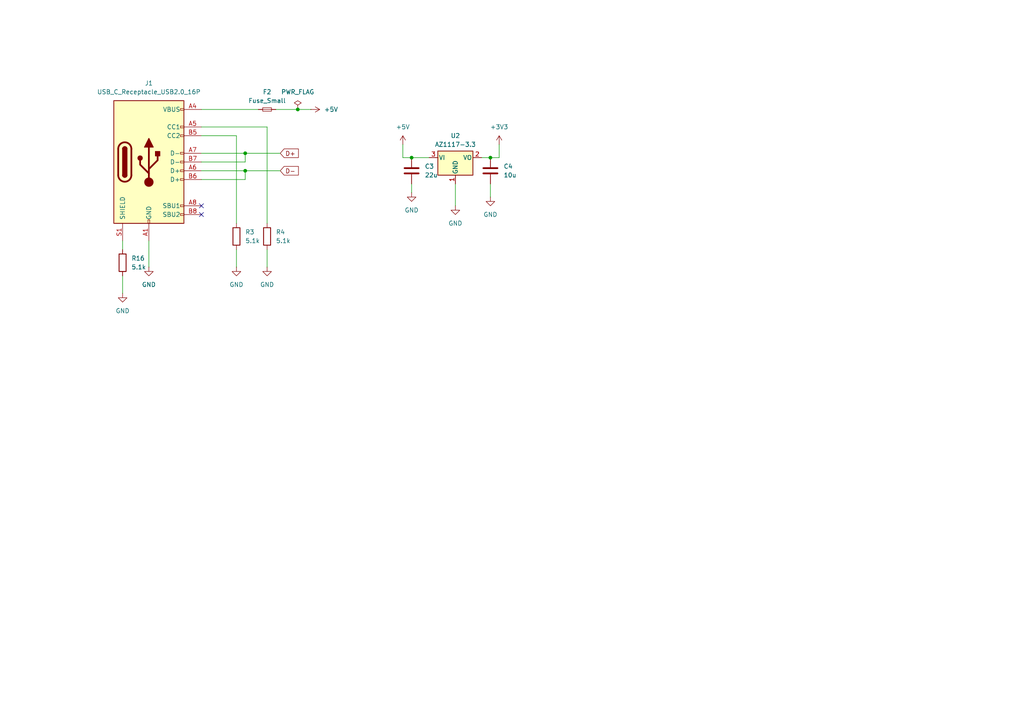
<source format=kicad_sch>
(kicad_sch (version 20231120) (generator "eeschema") (generator_version "8.0")
  (paper "A4")
  (lib_symbols
    (symbol "Connector:USB_C_Receptacle_USB2.0_16P" (pin_names (offset 1.016))
      (property "Reference" "J" (at 0 22.225 0))
      (property "Value" "USB_C_Receptacle_USB2.0_16P" (at 0 19.685 0))
      (symbol "USB_C_Receptacle_USB2.0_16P_0_0"
        (rectangle (start -0.254 -17.78) (end 0.254 -16.764))
        (rectangle (start 10.16 -14.986) (end 9.144 -15.494))
        (rectangle (start 10.16 -12.446) (end 9.144 -12.954))
        (rectangle (start 10.16 -4.826) (end 9.144 -5.334))
        (rectangle (start 10.16 -2.286) (end 9.144 -2.794))
        (rectangle (start 10.16 0.254) (end 9.144 -0.254))
        (rectangle (start 10.16 2.794) (end 9.144 2.286))
        (rectangle (start 10.16 7.874) (end 9.144 7.366))
        (rectangle (start 10.16 10.414) (end 9.144 9.906))
        (rectangle (start 10.16 15.494) (end 9.144 14.986))
      )
      (symbol "USB_C_Receptacle_USB2.0_16P_0_1"
        (rectangle (start -10.16 17.78) (end 10.16 -17.78) (stroke (width 0.254)) (fill (type background)))
        (arc (start -8.89 -3.81) (mid -6.985 -5.7067) (end -5.08 -3.81) (stroke (width 0.508)))
        (arc (start -7.62 -3.81) (mid -6.985 -4.4423) (end -6.35 -3.81) (stroke (width 0.254)))
        (arc (start -7.62 -3.81) (mid -6.985 -4.4423) (end -6.35 -3.81) (stroke (width 0.254)) (fill (type outline)))
        (rectangle (start -7.62 -3.81) (end -6.35 3.81) (stroke (width 0.254)) (fill (type outline)))
        (arc (start -6.35 3.81) (mid -6.985 4.4423) (end -7.62 3.81) (stroke (width 0.254)))
        (arc (start -6.35 3.81) (mid -6.985 4.4423) (end -7.62 3.81) (stroke (width 0.254)) (fill (type outline)))
        (arc (start -5.08 3.81) (mid -6.985 5.7067) (end -8.89 3.81) (stroke (width 0.508)))
        (circle (center -2.54 1.143) (radius 0.635) (stroke (width 0.254)) (fill (type outline)))
        (circle (center 0 -5.842) (radius 1.27) (fill (type outline)))
        (polyline (pts (xy -8.89 -3.81) (xy -8.89 3.81)) (stroke (width 0.508)))
        (polyline (pts (xy -5.08 3.81) (xy -5.08 -3.81)) (stroke (width 0.508)))
        (polyline (pts (xy 0 -5.842) (xy 0 4.318)) (stroke (width 0.508)))
        (polyline (pts (xy 0 -3.302) (xy -2.54 -0.762) (xy -2.54 0.508)) (stroke (width 0.508)))
        (polyline (pts (xy 0 -2.032) (xy 2.54 0.508) (xy 2.54 1.778)) (stroke (width 0.508)))
        (polyline (pts (xy -1.27 4.318) (xy 0 6.858) (xy 1.27 4.318) (xy -1.27 4.318)) (stroke (width 0.254)) (fill (type outline)))
        (rectangle (start 1.905 1.778) (end 3.175 3.048) (stroke (width 0.254)) (fill (type outline)))
      )
      (symbol "USB_C_Receptacle_USB2.0_16P_1_1"
        (pin passive line (at 0 -22.86 90) (length 5.08) (name "GND") (number "A1"))
        (pin passive line (at 0 -22.86 90) (length 5.08) hide (name "GND") (number "A12"))
        (pin passive line (at 15.24 15.24 180) (length 5.08) (name "VBUS") (number "A4"))
        (pin bidirectional line (at 15.24 10.16 180) (length 5.08) (name "CC1") (number "A5"))
        (pin bidirectional line (at 15.24 -2.54 180) (length 5.08) (name "D+") (number "A6"))
        (pin bidirectional line (at 15.24 2.54 180) (length 5.08) (name "D-") (number "A7"))
        (pin bidirectional line (at 15.24 -12.7 180) (length 5.08) (name "SBU1") (number "A8"))
        (pin passive line (at 15.24 15.24 180) (length 5.08) hide (name "VBUS") (number "A9"))
        (pin passive line (at 0 -22.86 90) (length 5.08) hide (name "GND") (number "B1"))
        (pin passive line (at 0 -22.86 90) (length 5.08) hide (name "GND") (number "B12"))
        (pin passive line (at 15.24 15.24 180) (length 5.08) hide (name "VBUS") (number "B4"))
        (pin bidirectional line (at 15.24 7.62 180) (length 5.08) (name "CC2") (number "B5"))
        (pin bidirectional line (at 15.24 -5.08 180) (length 5.08) (name "D+") (number "B6"))
        (pin bidirectional line (at 15.24 0 180) (length 5.08) (name "D-") (number "B7"))
        (pin bidirectional line (at 15.24 -15.24 180) (length 5.08) (name "SBU2") (number "B8"))
        (pin passive line (at 15.24 15.24 180) (length 5.08) hide (name "VBUS") (number "B9"))
        (pin passive line (at -7.62 -22.86 90) (length 5.08) (name "SHIELD") (number "S1"))
      )
    )
    (symbol "Device:C" (pin_numbers hide) (pin_names (offset 0.254))
      (property "Reference" "C" (at 0.635 2.54 0))
      (property "Value" "C" (at 0.635 -2.54 0))
      (symbol "C_0_1"
        (polyline (pts (xy -2.032 -0.762) (xy 2.032 -0.762)) (stroke (width 0.508)))
        (polyline (pts (xy -2.032 0.762) (xy 2.032 0.762)) (stroke (width 0.508)))
      )
      (symbol "C_1_1"
        (pin passive line (at 0 3.81 270) (length 2.794) (name "~") (number "1"))
        (pin passive line (at 0 -3.81 90) (length 2.794) (name "~") (number "2"))
      )
    )
    (symbol "Device:Fuse_Small" (pin_numbers hide) (pin_names (offset 0.254) hide)
      (property "Reference" "F" (at 0 -1.524 0))
      (property "Value" "Fuse_Small" (at 0 1.524 0))
      (symbol "Fuse_Small_0_1"
        (rectangle (start -1.27 0.508) (end 1.27 -0.508))
        (polyline (pts (xy -1.27 0) (xy 1.27 0)))
      )
      (symbol "Fuse_Small_1_1"
        (pin passive line (at -2.54 0 0) (length 1.27) (name "~") (number "1"))
        (pin passive line (at 2.54 0 180) (length 1.27) (name "~") (number "2"))
      )
    )
    (symbol "Device:R" (pin_numbers hide) (pin_names (offset 0))
      (property "Reference" "R" (at 2.032 0 90))
      (property "Value" "R" (at 0 0 90))
      (symbol "R_0_1"
        (rectangle (start -1.016 -2.54) (end 1.016 2.54) (stroke (width 0.254)))
      )
      (symbol "R_1_1"
        (pin passive line (at 0 3.81 270) (length 1.27) (name "~") (number "1"))
        (pin passive line (at 0 -3.81 90) (length 1.27) (name "~") (number "2"))
      )
    )
    (symbol "Regulator_Linear:AZ1117-3.3" (pin_names (offset 0.254))
      (property "Reference" "U" (at -3.81 3.175 0))
      (property "Value" "AZ1117-3.3" (at 0 3.175 0))
      (symbol "AZ1117-3.3_0_1"
        (rectangle (start -5.08 1.905) (end 5.08 -5.08) (stroke (width 0.254)) (fill (type background)))
      )
      (symbol "AZ1117-3.3_1_1"
        (pin power_in line (at 0 -7.62 90) (length 2.54) (name "GND") (number "1"))
        (pin power_out line (at 7.62 0 180) (length 2.54) (name "VO") (number "2"))
        (pin power_in line (at -7.62 0 0) (length 2.54) (name "VI") (number "3"))
      )
    )
    (symbol "power:+3V3" (power) (pin_numbers hide) (pin_names (offset 0) hide)
      (property "Value" "+3V3" (at 0 3.556 0))
      (symbol "+3V3_0_1"
        (polyline (pts (xy -0.762 1.27) (xy 0 2.54)))
        (polyline (pts (xy 0 0) (xy 0 2.54)))
        (polyline (pts (xy 0 2.54) (xy 0.762 1.27)))
      )
      (symbol "+3V3_1_1"
        (pin power_in line (at 0 0 90) (length 0) (name "~") (number "1"))
      )
    )
    (symbol "power:+5V" (power) (pin_numbers hide) (pin_names (offset 0) hide)
      (property "Value" "+5V" (at 0 3.556 0))
      (symbol "+5V_0_1"
        (polyline (pts (xy -0.762 1.27) (xy 0 2.54)))
        (polyline (pts (xy 0 0) (xy 0 2.54)))
        (polyline (pts (xy 0 2.54) (xy 0.762 1.27)))
      )
      (symbol "+5V_1_1"
        (pin power_in line (at 0 0 90) (length 0) (name "~") (number "1"))
      )
    )
    (symbol "power:GND" (power) (pin_numbers hide) (pin_names (offset 0) hide)
      (property "Value" "GND" (at 0 -3.81 0))
      (symbol "GND_0_1"
        (polyline (pts (xy 0 0) (xy 0 -1.27) (xy 1.27 -1.27) (xy 0 -2.54) (xy -1.27 -1.27) (xy 0 -1.27)))
      )
      (symbol "GND_1_1"
        (pin power_in line (at 0 0 270) (length 0) (name "~") (number "1"))
      )
    )
    (symbol "power:PWR_FLAG" (power) (pin_numbers hide) (pin_names (offset 0) hide)
      (property "Value" "PWR_FLAG" (at 0 3.81 0))
      (symbol "PWR_FLAG_0_0"
        (pin power_out line (at 0 0 90) (length 0) (name "~") (number "1"))
      )
      (symbol "PWR_FLAG_0_1"
        (polyline (pts (xy 0 0) (xy 0 1.27) (xy -1.016 1.905) (xy 0 2.54) (xy 1.016 1.905) (xy 0 1.27)))
      )
    )
  )
  (junction (at 119.38 45.72))
  (junction (at 71.12 49.53))
  (junction (at 142.24 45.72))
  (junction (at 71.12 44.45))
  (junction (at 86.36 31.75))
  (no_connect (at 58.42 62.23))
  (no_connect (at 58.42 59.69))
  (wire (pts (xy 35.56 69.85) (xy 35.56 72.39)))
  (wire (pts (xy 58.42 31.75) (xy 74.93 31.75)))
  (wire (pts (xy 68.58 72.39) (xy 68.58 77.47)))
  (wire (pts (xy 132.08 53.34) (xy 132.08 59.69)))
  (wire (pts (xy 116.84 41.91) (xy 116.84 45.72)))
  (wire (pts (xy 119.38 53.34) (xy 119.38 55.88)))
  (wire (pts (xy 58.42 49.53) (xy 71.12 49.53)))
  (wire (pts (xy 77.47 36.83) (xy 77.47 64.77)))
  (wire (pts (xy 77.47 72.39) (xy 77.47 77.47)))
  (wire (pts (xy 71.12 46.99) (xy 71.12 44.45)))
  (wire (pts (xy 142.24 45.72) (xy 144.78 45.72)))
  (wire (pts (xy 58.42 44.45) (xy 71.12 44.45)))
  (wire (pts (xy 71.12 49.53) (xy 81.28 49.53)))
  (wire (pts (xy 58.42 46.99) (xy 71.12 46.99)))
  (wire (pts (xy 116.84 45.72) (xy 119.38 45.72)))
  (wire (pts (xy 43.18 69.85) (xy 43.18 77.47)))
  (wire (pts (xy 144.78 45.72) (xy 144.78 41.91)))
  (wire (pts (xy 58.42 36.83) (xy 77.47 36.83)))
  (wire (pts (xy 71.12 44.45) (xy 81.28 44.45)))
  (wire (pts (xy 68.58 39.37) (xy 68.58 64.77)))
  (wire (pts (xy 119.38 45.72) (xy 124.46 45.72)))
  (wire (pts (xy 139.7 45.72) (xy 142.24 45.72)))
  (wire (pts (xy 142.24 53.34) (xy 142.24 57.15)))
  (wire (pts (xy 58.42 39.37) (xy 68.58 39.37)))
  (wire (pts (xy 35.56 80.01) (xy 35.56 85.09)))
  (wire (pts (xy 80.01 31.75) (xy 86.36 31.75)))
  (wire (pts (xy 86.36 31.75) (xy 90.17 31.75)))
  (wire (pts (xy 71.12 52.07) (xy 71.12 49.53)))
  (wire (pts (xy 58.42 52.07) (xy 71.12 52.07)))
  (global_label "D+" (shape input) (at 81.28 44.45 0) (property "Intersheetrefs" "${INTERSHEET_REFS}" (effects (hide yes))))
  (global_label "D-" (shape input) (at 81.28 49.53 0) (property "Intersheetrefs" "${INTERSHEET_REFS}" (effects (hide yes))))
  (symbol (lib_id "power:GND") (at 142.24 57.15 0) (unit 1)
    (property "Reference" "#PWR017" (effects (hide yes)))
    (property "Value" "GND" (at 142.24 62.23 0))
    (property "Description" "Power symbol creates a global label with name \"GND\" , ground" (effects (hide yes)))
  )
  (symbol (lib_id "power:+5V") (at 116.84 41.91 0) (unit 1)
    (property "Reference" "#PWR014" (effects (hide yes)))
    (property "Value" "+5V" (at 116.84 36.83 0))
    (property "Description" "Power symbol creates a global label with name \"+5V\"" (effects (hide yes)))
  )
  (symbol (lib_id "power:GND") (at 43.18 77.47 0) (unit 1)
    (property "Reference" "#PWR010" (effects (hide yes)))
    (property "Value" "GND" (at 43.18 82.55 0))
    (property "Description" "Power symbol creates a global label with name \"GND\" , ground" (effects (hide yes)))
  )
  (symbol (lib_id "Device:R") (at 35.56 76.2 180) (unit 1)
    (property "Reference" "R16" (at 38.1 74.9299 0) (effects (justify right)))
    (property "Value" "5.1k" (at 38.1 77.4699 0) (effects (justify right)))
    (property "Footprint" "Resistor_SMD:R_0402_1005Metric" (effects (hide yes)))
    (property "Description" "Resistor" (effects (hide yes)))
  )
  (symbol (lib_id "Connector:USB_C_Receptacle_USB2.0_16P") (at 43.18 46.99 0) (unit 1)
    (property "Reference" "J1" (at 43.18 24.13 0))
    (property "Value" "USB_C_Receptacle_USB2.0_16P" (at 43.18 26.67 0))
    (property "Footprint" "Connector_USB:USB_C_Receptacle_G-Switch_GT-USB-7010ASV" (effects (hide yes)))
    (property "Datasheet" "https://www.usb.org/sites/default/files/documents/usb_type-c.zip" (effects (hide yes)))
    (property "Description" "USB 2.0-only 16P Type-C Receptacle connector" (effects (hide yes)))
  )
  (symbol (lib_id "Regulator_Linear:AZ1117-3.3") (at 132.08 45.72 0) (unit 1)
    (property "Reference" "U2" (at 132.08 39.37 0))
    (property "Value" "AZ1117-3.3" (at 132.08 41.91 0))
    (property "Footprint" "Package_TO_SOT_SMD:TO-252-2" (effects (hide yes)))
    (property "Datasheet" "https://www.diodes.com/assets/Datasheets/AZ1117.pdf" (effects (hide yes)))
    (property "Description" "1A 20V Fixed LDO Linear Regulator, 3.3V, SOT-89/SOT-223/TO-220/TO-252/TO-263" (effects (hide yes)))
  )
  (symbol (lib_id "Device:C") (at 119.38 49.53 0) (unit 1)
    (property "Reference" "C3" (at 123.19 48.2599 0) (effects (justify left)))
    (property "Value" "22u" (at 123.19 50.7999 0) (effects (justify left)))
    (property "Footprint" "Capacitor_SMD:C_0402_1005Metric" (effects (hide yes)))
    (property "Description" "Unpolarized capacitor" (effects (hide yes)))
  )
  (symbol (lib_id "power:+3V3") (at 144.78 41.91 0) (unit 1)
    (property "Reference" "#PWR018" (effects (hide yes)))
    (property "Value" "+3V3" (at 144.78 36.83 0))
    (property "Description" "Power symbol creates a global label with name \"+3V3\"" (effects (hide yes)))
  )
  (symbol (lib_id "Device:Fuse_Small") (at 77.47 31.75 0) (unit 1)
    (property "Reference" "F2" (at 77.47 26.67 0))
    (property "Value" "Fuse_Small" (at 77.47 29.21 0))
    (property "Footprint" "Fuse:Fuse_1210_3225Metric" (effects (hide yes)))
    (property "Description" "Fuse, small symbol" (effects (hide yes)))
  )
  (symbol (lib_id "Device:R") (at 68.58 68.58 180) (unit 1)
    (property "Reference" "R3" (at 71.12 67.3099 0) (effects (justify right)))
    (property "Value" "5.1k" (at 71.12 69.8499 0) (effects (justify right)))
    (property "Footprint" "Resistor_SMD:R_0402_1005Metric" (effects (hide yes)))
    (property "Description" "Resistor" (effects (hide yes)))
  )
  (symbol (lib_id "power:GND") (at 132.08 59.69 0) (unit 1)
    (property "Reference" "#PWR016" (effects (hide yes)))
    (property "Value" "GND" (at 132.08 64.77 0))
    (property "Description" "Power symbol creates a global label with name \"GND\" , ground" (effects (hide yes)))
  )
  (symbol (lib_id "power:PWR_FLAG") (at 86.36 31.75 0) (unit 1)
    (property "Reference" "#FLG01" (effects (hide yes)))
    (property "Value" "PWR_FLAG" (at 86.36 26.67 0))
    (property "Description" "Special symbol for telling ERC where power comes from" (effects (hide yes)))
  )
  (symbol (lib_id "Device:C") (at 142.24 49.53 0) (unit 1)
    (property "Reference" "C4" (at 146.05 48.2599 0) (effects (justify left)))
    (property "Value" "10u" (at 146.05 50.7999 0) (effects (justify left)))
    (property "Footprint" "Capacitor_SMD:C_0402_1005Metric" (effects (hide yes)))
    (property "Description" "Unpolarized capacitor" (effects (hide yes)))
  )
  (symbol (lib_id "power:+5V") (at 90.17 31.75 270) (unit 1)
    (property "Reference" "#PWR013" (effects (hide yes)))
    (property "Value" "+5V" (at 93.98 31.7499 90) (effects (justify left)))
    (property "Description" "Power symbol creates a global label with name \"+5V\"" (effects (hide yes)))
  )
  (symbol (lib_id "power:GND") (at 35.56 85.09 0) (unit 1)
    (property "Reference" "#PWR074" (effects (hide yes)))
    (property "Value" "GND" (at 35.56 90.17 0))
    (property "Description" "Power symbol creates a global label with name \"GND\" , ground" (effects (hide yes)))
  )
  (symbol (lib_id "power:GND") (at 77.47 77.47 0) (unit 1)
    (property "Reference" "#PWR012" (effects (hide yes)))
    (property "Value" "GND" (at 77.47 82.55 0))
    (property "Description" "Power symbol creates a global label with name \"GND\" , ground" (effects (hide yes)))
  )
  (symbol (lib_id "power:GND") (at 119.38 55.88 0) (unit 1)
    (property "Reference" "#PWR015" (effects (hide yes)))
    (property "Value" "GND" (at 119.38 60.96 0))
    (property "Description" "Power symbol creates a global label with name \"GND\" , ground" (effects (hide yes)))
  )
  (symbol (lib_id "power:GND") (at 68.58 77.47 0) (unit 1)
    (property "Reference" "#PWR011" (effects (hide yes)))
    (property "Value" "GND" (at 68.58 82.55 0))
    (property "Description" "Power symbol creates a global label with name \"GND\" , ground" (effects (hide yes)))
  )
  (symbol (lib_id "Device:R") (at 77.47 68.58 180) (unit 1)
    (property "Reference" "R4" (at 80.01 67.3099 0) (effects (justify right)))
    (property "Value" "5.1k" (at 80.01 69.8499 0) (effects (justify right)))
    (property "Footprint" "Resistor_SMD:R_0402_1005Metric" (effects (hide yes)))
    (property "Description" "Resistor" (effects (hide yes)))
  )
)
</source>
